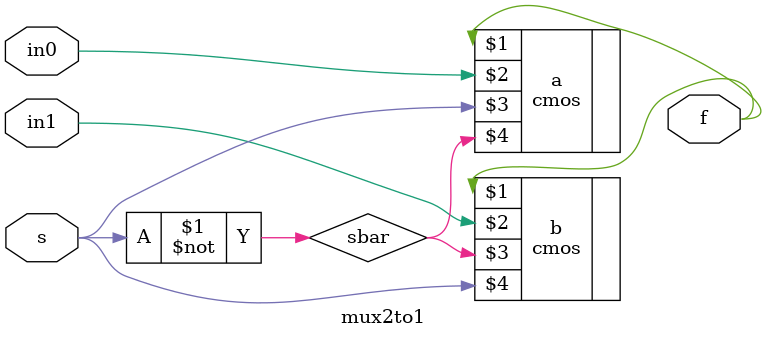
<source format=v>
module mux2to1(f,s,in0,in1);
input in1,in0,s;
output f;
wire sbar;
not(sbar,s);
cmos a (f,in0,s,sbar);
cmos b (f,in1,sbar,s);
endmodule

</source>
